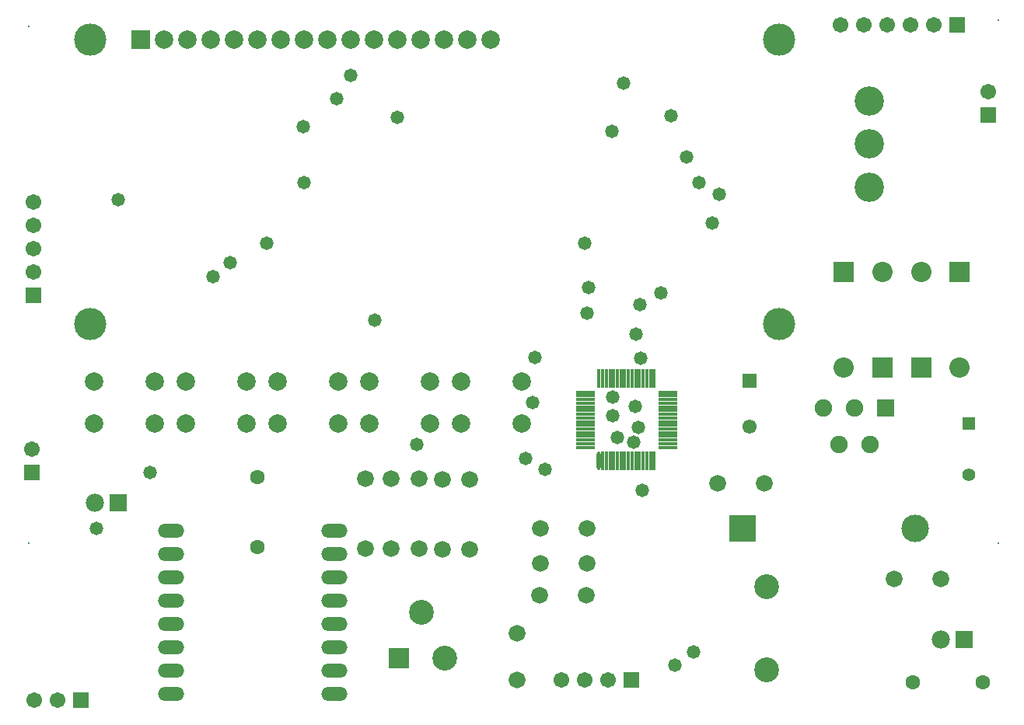
<source format=gts>
%FSLAX44Y44*%
%MOMM*%
G71*
G01*
G75*
G04 Layer_Color=8388736*
%ADD10R,1.8000X0.2300*%
%ADD11O,0.2300X1.8000*%
%ADD12R,0.2300X1.8000*%
%ADD13C,1.0000*%
%ADD14C,0.2540*%
%ADD15C,0.5000*%
%ADD16O,2.6416X1.3208*%
%ADD17C,1.5000*%
%ADD18R,1.5000X1.5000*%
%ADD19R,1.5000X1.5000*%
%ADD20C,2.8000*%
%ADD21R,2.8000X2.8000*%
%ADD22C,1.4000*%
%ADD23C,1.6256*%
%ADD24C,1.7000*%
%ADD25R,1.7000X1.7000*%
%ADD26C,1.8000*%
%ADD27C,3.0000*%
%ADD28R,1.3500X1.3500*%
%ADD29C,1.3500*%
%ADD30R,2.0000X2.0000*%
%ADD31C,2.0000*%
%ADD32C,2.5000*%
%ADD33R,1.8000X1.8000*%
%ADD34C,1.8000*%
%ADD35R,1.7780X1.7780*%
%ADD36C,1.7780*%
%ADD37R,2.0000X2.0000*%
%ADD38C,1.2000*%
%ADD39R,1.2000X1.2000*%
%ADD40C,1.2700*%
%ADD41C,3.3000*%
%ADD42C,0.1270*%
%ADD43C,0.2500*%
%ADD44C,0.2000*%
%ADD45C,0.1524*%
%ADD46C,0.1500*%
%ADD47R,0.8000X5.6000*%
%ADD48R,2.8000X0.8000*%
%ADD49R,2.0032X0.4332*%
%ADD50O,0.4332X2.0032*%
%ADD51R,0.4332X2.0032*%
%ADD52O,2.8448X1.5240*%
%ADD53C,1.7032*%
%ADD54R,1.7032X1.7032*%
%ADD55R,1.7032X1.7032*%
%ADD56C,3.0032*%
%ADD57R,3.0032X3.0032*%
%ADD58C,1.6032*%
%ADD59C,1.8288*%
%ADD60C,0.2032*%
%ADD61C,1.9032*%
%ADD62R,1.9032X1.9032*%
%ADD63C,2.0032*%
%ADD64C,3.2032*%
%ADD65R,1.5532X1.5532*%
%ADD66C,1.5532*%
%ADD67R,2.2032X2.2032*%
%ADD68C,2.2032*%
%ADD69C,2.7032*%
%ADD70R,2.0032X2.0032*%
%ADD71C,2.0032*%
%ADD72R,1.9812X1.9812*%
%ADD73C,1.9812*%
%ADD74R,2.2032X2.2032*%
%ADD75C,1.4032*%
%ADD76R,1.4032X1.4032*%
%ADD77C,1.4732*%
%ADD78C,3.5032*%
D49*
X946390Y640070D02*
D03*
Y636070D02*
D03*
Y632070D02*
D03*
Y628070D02*
D03*
Y624070D02*
D03*
Y620070D02*
D03*
Y616070D02*
D03*
Y612070D02*
D03*
Y608070D02*
D03*
Y604070D02*
D03*
Y600070D02*
D03*
Y596070D02*
D03*
Y592070D02*
D03*
Y588070D02*
D03*
Y584070D02*
D03*
Y580070D02*
D03*
X1036390D02*
D03*
Y584070D02*
D03*
Y588070D02*
D03*
Y592070D02*
D03*
Y596070D02*
D03*
Y600070D02*
D03*
Y604070D02*
D03*
Y608070D02*
D03*
Y612070D02*
D03*
Y616070D02*
D03*
Y620070D02*
D03*
Y624070D02*
D03*
Y628070D02*
D03*
Y632070D02*
D03*
Y636070D02*
D03*
Y640070D02*
D03*
D50*
X961390Y565070D02*
D03*
D51*
X965390D02*
D03*
X969390D02*
D03*
X973390D02*
D03*
X977390D02*
D03*
X981390D02*
D03*
X985390D02*
D03*
X989390D02*
D03*
X993390D02*
D03*
X997390D02*
D03*
X1001390D02*
D03*
X1005390D02*
D03*
X1009390D02*
D03*
X1013390D02*
D03*
X1017390D02*
D03*
X1021390D02*
D03*
Y655070D02*
D03*
X1017390D02*
D03*
X1013390D02*
D03*
X1009390D02*
D03*
X1005390D02*
D03*
X1001390D02*
D03*
X997390D02*
D03*
X993390D02*
D03*
X989390D02*
D03*
X985390D02*
D03*
X981390D02*
D03*
X977390D02*
D03*
X973390D02*
D03*
X969390D02*
D03*
X965390D02*
D03*
X961390D02*
D03*
D52*
X673100Y311150D02*
D03*
Y336550D02*
D03*
Y361950D02*
D03*
Y387350D02*
D03*
Y412750D02*
D03*
Y438150D02*
D03*
Y463550D02*
D03*
Y488950D02*
D03*
X495300D02*
D03*
Y463550D02*
D03*
Y438150D02*
D03*
Y412750D02*
D03*
Y387350D02*
D03*
Y361950D02*
D03*
Y336550D02*
D03*
Y311150D02*
D03*
D53*
X345440Y847090D02*
D03*
Y821690D02*
D03*
Y796290D02*
D03*
Y770890D02*
D03*
X372110Y304800D02*
D03*
X346710D02*
D03*
X1325880Y1040130D02*
D03*
X1300480D02*
D03*
X1275080D02*
D03*
X1249680D02*
D03*
X1224280D02*
D03*
X344170Y577850D02*
D03*
X1385570Y967740D02*
D03*
X971550Y326390D02*
D03*
X946150D02*
D03*
X920750D02*
D03*
D54*
X345440Y745490D02*
D03*
X344170Y552450D02*
D03*
X1385570Y942340D02*
D03*
D55*
X397510Y304800D02*
D03*
X1351280Y1040130D02*
D03*
X996950Y326390D02*
D03*
D56*
X1305780Y491490D02*
D03*
D57*
X1117380D02*
D03*
D58*
X1379220Y323850D02*
D03*
X1303020D02*
D03*
X589280Y547370D02*
D03*
Y471170D02*
D03*
D59*
X1282700Y436880D02*
D03*
X1333500D02*
D03*
X707390Y546100D02*
D03*
Y469900D02*
D03*
X735330D02*
D03*
Y546100D02*
D03*
X765810Y469900D02*
D03*
Y546100D02*
D03*
X791210Y468630D02*
D03*
Y544830D02*
D03*
X820420Y468630D02*
D03*
Y544830D02*
D03*
X872490Y326390D02*
D03*
Y377190D02*
D03*
X1090930Y541020D02*
D03*
X1141730D02*
D03*
X896620Y419100D02*
D03*
X947420D02*
D03*
X948690Y491490D02*
D03*
X897890D02*
D03*
X948690Y453390D02*
D03*
X897890D02*
D03*
D60*
X340360Y475210D02*
D03*
X1396360D02*
D03*
Y1045210D02*
D03*
X340360Y1038860D02*
D03*
D61*
X1205520Y623250D02*
D03*
X1222520Y583250D02*
D03*
X1239520Y623250D02*
D03*
X1256520Y583250D02*
D03*
D62*
X1273520Y623250D02*
D03*
D63*
X577500Y605650D02*
D03*
Y651650D02*
D03*
X511500Y605650D02*
D03*
Y651650D02*
D03*
X677500Y605650D02*
D03*
Y651650D02*
D03*
X611500Y605650D02*
D03*
Y651650D02*
D03*
X777500Y605650D02*
D03*
Y651650D02*
D03*
X711500Y605650D02*
D03*
Y651650D02*
D03*
X877500Y605650D02*
D03*
Y651650D02*
D03*
X811500Y605650D02*
D03*
Y651650D02*
D03*
X477500Y605650D02*
D03*
Y651650D02*
D03*
X411500Y605650D02*
D03*
Y651650D02*
D03*
D64*
X1256030Y957580D02*
D03*
Y863580D02*
D03*
Y910580D02*
D03*
D65*
X1125220Y652380D02*
D03*
D66*
X1125220Y602380D02*
D03*
D67*
X1228000Y771120D02*
D03*
X1312000Y666520D02*
D03*
X1354000Y771120D02*
D03*
X1270000Y666520D02*
D03*
D68*
X1228000D02*
D03*
X1312000Y771120D02*
D03*
X1354000Y666520D02*
D03*
X1270000Y771120D02*
D03*
D69*
X1144270Y427820D02*
D03*
Y337820D02*
D03*
X768280Y400520D02*
D03*
X793280Y350520D02*
D03*
D70*
X462270Y1024610D02*
D03*
D71*
X487670D02*
D03*
X513070D02*
D03*
X538470D02*
D03*
X563870D02*
D03*
X589270D02*
D03*
X614670D02*
D03*
X640070D02*
D03*
X665470D02*
D03*
X690870D02*
D03*
X716270D02*
D03*
X741670D02*
D03*
X767070D02*
D03*
X792470D02*
D03*
X817870D02*
D03*
X843270D02*
D03*
D72*
X1358900Y370840D02*
D03*
X438150Y519430D02*
D03*
D73*
X1333500Y370840D02*
D03*
X412750Y519430D02*
D03*
D74*
X743280Y350520D02*
D03*
D75*
X1363980Y549750D02*
D03*
D76*
Y605950D02*
D03*
D77*
X1092200Y855980D02*
D03*
X1084580Y824230D02*
D03*
X438150Y849630D02*
D03*
X948570Y726440D02*
D03*
X976630Y614680D02*
D03*
X1064260Y356870D02*
D03*
X1043940Y342900D02*
D03*
X981710Y590550D02*
D03*
X1008380Y533400D02*
D03*
X414020Y491490D02*
D03*
X1004570Y601980D02*
D03*
X763270Y582930D02*
D03*
X1000760Y624840D02*
D03*
X881380Y567690D02*
D03*
X889000Y628650D02*
D03*
X891540Y678180D02*
D03*
X640080Y868680D02*
D03*
X1070610D02*
D03*
X639445Y929005D02*
D03*
X1056640Y896620D02*
D03*
X675640Y960120D02*
D03*
X1040130Y941070D02*
D03*
X690880Y985520D02*
D03*
X988060Y976630D02*
D03*
X717550Y718820D02*
D03*
X1002030Y703580D02*
D03*
X741680Y939800D02*
D03*
X975360Y924560D02*
D03*
X541020Y765810D02*
D03*
X999490Y585470D02*
D03*
X560070Y781050D02*
D03*
X949960Y754380D02*
D03*
X946150Y802640D02*
D03*
X599440D02*
D03*
X472440Y552450D02*
D03*
X1005840Y735330D02*
D03*
X976630Y635000D02*
D03*
X1028700Y748030D02*
D03*
X1007110Y676910D02*
D03*
X902970Y556260D02*
D03*
D78*
X407270Y1024610D02*
D03*
X1157270D02*
D03*
Y714610D02*
D03*
X407270D02*
D03*
M02*

</source>
